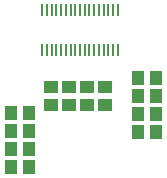
<source format=gbs>
G04*
G04 #@! TF.GenerationSoftware,Altium Limited,Altium Designer,22.2.1 (43)*
G04*
G04 Layer_Color=16711935*
%FSLAX25Y25*%
%MOIN*%
G70*
G04*
G04 #@! TF.SameCoordinates,4B28361B-3754-4690-972C-136B69916877*
G04*
G04*
G04 #@! TF.FilePolarity,Negative*
G04*
G01*
G75*
%ADD16R,0.04658X0.04461*%
%ADD20R,0.00906X0.03937*%
%ADD22R,0.04461X0.04658*%
D16*
X37000Y43031D02*
D03*
Y36968D02*
D03*
X19000Y43031D02*
D03*
Y36968D02*
D03*
X25000Y43063D02*
D03*
Y37000D02*
D03*
X31000Y43063D02*
D03*
Y37000D02*
D03*
D20*
X15902Y55500D02*
D03*
X17476D02*
D03*
X19051D02*
D03*
X20626D02*
D03*
X22201D02*
D03*
X23776D02*
D03*
X25350D02*
D03*
X26925D02*
D03*
X28500D02*
D03*
X30075D02*
D03*
X31650D02*
D03*
X34799D02*
D03*
X36374D02*
D03*
X37949D02*
D03*
X39524D02*
D03*
X41098D02*
D03*
X33224D02*
D03*
X41098Y68886D02*
D03*
X39524D02*
D03*
X37949D02*
D03*
X36374D02*
D03*
X34799D02*
D03*
X33224D02*
D03*
X31650D02*
D03*
X30075D02*
D03*
X28500D02*
D03*
X26925D02*
D03*
X25350D02*
D03*
X23776D02*
D03*
X22201D02*
D03*
X20626D02*
D03*
X19051D02*
D03*
X17476D02*
D03*
X15902D02*
D03*
D22*
X11500Y34500D02*
D03*
X5437D02*
D03*
X11500Y28500D02*
D03*
X5437D02*
D03*
X11468Y22500D02*
D03*
X5406D02*
D03*
X11531Y16500D02*
D03*
X5469D02*
D03*
X54000Y28000D02*
D03*
X47937D02*
D03*
X54000Y34000D02*
D03*
X47937D02*
D03*
X54000Y40000D02*
D03*
X47937D02*
D03*
X53969Y46000D02*
D03*
X47905D02*
D03*
M02*

</source>
